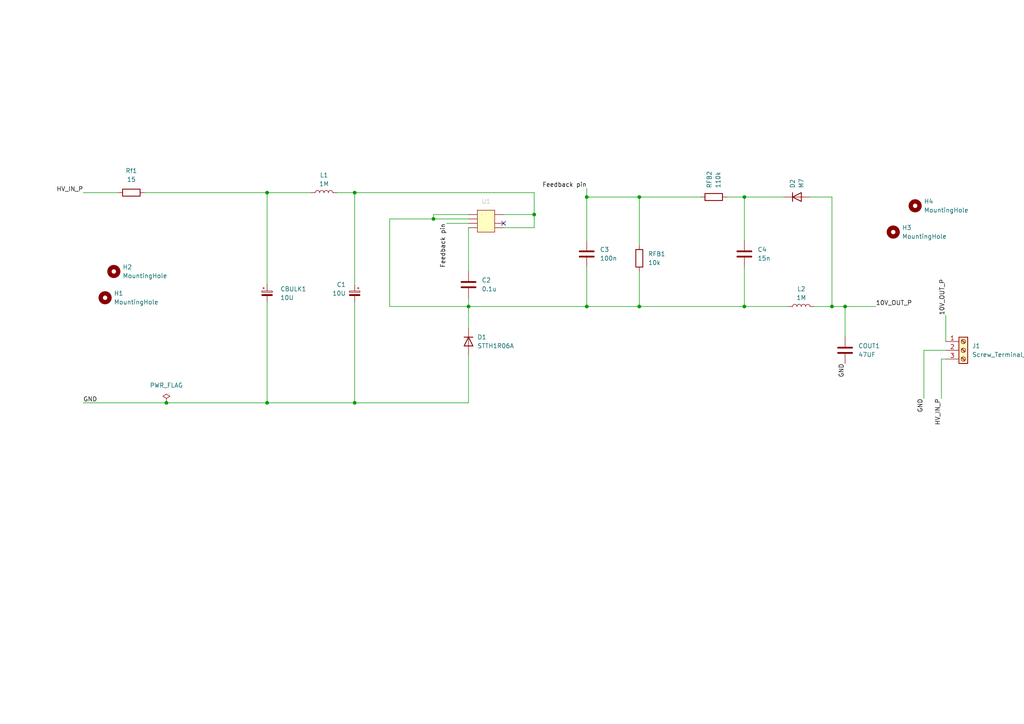
<source format=kicad_sch>
(kicad_sch (version 20230121) (generator eeschema)
  (paper "A4")
  (lib_symbols
    (symbol "Connector:Screw_Terminal_01x03" (pin_names (offset 1.016) hide)
      (property "Reference" "J" (at 0 5.08 0))
      (property "Value" "Screw_Terminal_01x03" (at 0 -5.08 0))
      (symbol "Screw_Terminal_01x03_1_1"
        (rectangle (start -1.27 3.81) (end 1.27 -3.81) (stroke (width 0.254)) (fill (type background)))
        (circle (center 0 -2.54) (radius 0.635) (stroke (width 0.1524)))
        (polyline (pts (xy -0.5334 -2.2098) (xy 0.3302 -3.048)) (stroke (width 0.1524)))
        (polyline (pts (xy -0.5334 0.3302) (xy 0.3302 -0.508)) (stroke (width 0.1524)))
        (polyline (pts (xy -0.5334 2.8702) (xy 0.3302 2.032)) (stroke (width 0.1524)))
        (polyline (pts (xy -0.3556 -2.032) (xy 0.508 -2.8702)) (stroke (width 0.1524)))
        (polyline (pts (xy -0.3556 0.508) (xy 0.508 -0.3302)) (stroke (width 0.1524)))
        (polyline (pts (xy -0.3556 3.048) (xy 0.508 2.2098)) (stroke (width 0.1524)))
        (circle (center 0 0) (radius 0.635) (stroke (width 0.1524)))
        (circle (center 0 2.54) (radius 0.635) (stroke (width 0.1524)))
        (pin passive line (at -5.08 2.54 0) (length 3.81) (name "Pin_1") (number "1"))
        (pin passive line (at -5.08 0 0) (length 3.81) (name "Pin_2") (number "2"))
        (pin passive line (at -5.08 -2.54 0) (length 3.81) (name "Pin_3") (number "3"))
      )
    )
    (symbol "Device:C" (pin_numbers hide) (pin_names (offset 0.254))
      (property "Reference" "C" (at 0.635 2.54 0))
      (property "Value" "C" (at 0.635 -2.54 0))
      (symbol "C_0_1"
        (polyline (pts (xy -2.032 -0.762) (xy 2.032 -0.762)) (stroke (width 0.508)))
        (polyline (pts (xy -2.032 0.762) (xy 2.032 0.762)) (stroke (width 0.508)))
      )
      (symbol "C_1_1"
        (pin passive line (at 0 3.81 270) (length 2.794) (name "~") (number "1"))
        (pin passive line (at 0 -3.81 90) (length 2.794) (name "~") (number "2"))
      )
    )
    (symbol "Device:C_Polarized_Small" (pin_numbers hide) (pin_names (offset 0.254) hide)
      (property "Reference" "C" (at 0.254 1.778 0))
      (property "Value" "C_Polarized_Small" (at 0.254 -2.032 0))
      (symbol "C_Polarized_Small_0_1"
        (rectangle (start -1.524 -0.3048) (end 1.524 -0.6858) (fill (type outline)))
        (rectangle (start -1.524 0.6858) (end 1.524 0.3048))
        (polyline (pts (xy -1.27 1.524) (xy -0.762 1.524)))
        (polyline (pts (xy -1.016 1.27) (xy -1.016 1.778)))
      )
      (symbol "C_Polarized_Small_1_1"
        (pin passive line (at 0 2.54 270) (length 1.8542) (name "~") (number "1"))
        (pin passive line (at 0 -2.54 90) (length 1.8542) (name "~") (number "2"))
      )
    )
    (symbol "Device:D" (pin_numbers hide) (pin_names (offset 1.016) hide)
      (property "Reference" "D" (at 0 2.54 0))
      (property "Value" "D" (at 0 -2.54 0))
      (symbol "D_0_1"
        (polyline (pts (xy -1.27 1.27) (xy -1.27 -1.27)) (stroke (width 0.254)))
        (polyline (pts (xy 1.27 0) (xy -1.27 0)))
        (polyline (pts (xy 1.27 1.27) (xy 1.27 -1.27) (xy -1.27 0) (xy 1.27 1.27)) (stroke (width 0.254)))
      )
      (symbol "D_1_1"
        (pin passive line (at -3.81 0 0) (length 2.54) (name "K") (number "1"))
        (pin passive line (at 3.81 0 180) (length 2.54) (name "A") (number "2"))
      )
    )
    (symbol "Device:L" (pin_numbers hide) (pin_names (offset 1.016) hide)
      (property "Reference" "L" (at -1.27 0 90))
      (property "Value" "L" (at 1.905 0 90))
      (symbol "L_0_1"
        (arc (start 0 -2.54) (mid 0.6323 -1.905) (end 0 -1.27))
        (arc (start 0 -1.27) (mid 0.6323 -0.635) (end 0 0))
        (arc (start 0 0) (mid 0.6323 0.635) (end 0 1.27))
        (arc (start 0 1.27) (mid 0.6323 1.905) (end 0 2.54))
      )
      (symbol "L_1_1"
        (pin passive line (at 0 3.81 270) (length 1.27) (name "1") (number "1"))
        (pin passive line (at 0 -3.81 90) (length 1.27) (name "2") (number "2"))
      )
    )
    (symbol "Device:R" (pin_numbers hide) (pin_names (offset 0))
      (property "Reference" "R" (at 2.032 0 90))
      (property "Value" "R" (at 0 0 90))
      (symbol "R_0_1"
        (rectangle (start -1.016 -2.54) (end 1.016 2.54) (stroke (width 0.254)))
      )
      (symbol "R_1_1"
        (pin passive line (at 0 3.81 270) (length 1.27) (name "~") (number "1"))
        (pin passive line (at 0 -3.81 90) (length 1.27) (name "~") (number "2"))
      )
    )
    (symbol "Mechanical:MountingHole" (pin_names (offset 1.016))
      (property "Reference" "H" (at 0 5.08 0))
      (property "Value" "MountingHole" (at 0 3.175 0))
      (symbol "MountingHole_0_1"
        (circle (center 0 0) (radius 1.27) (stroke (width 1.27)))
      )
    )
    (symbol "New_Library for  UCC28881:UCC28881" (pin_numbers hide) (pin_names (offset 0) hide)
      (property "Reference" "U" (at 0 6.35 0))
      (symbol "UCC28881_0_1"
        (rectangle (start -1.27 5.08) (end -1.27 5.08))
      )
      (symbol "UCC28881_1_1"
        (rectangle (start -2.54 6.35) (end 2.54 0) (fill (type background)))
        (pin passive line (at -5.08 5.08 0) (length 2.54) (name "GND") (number "1"))
        (pin passive line (at -5.08 3.81 0) (length 2.54) (name "GND") (number "2"))
        (pin input line (at -5.08 2.54 0) (length 2.54) (name "FB") (number "3"))
        (pin power_out line (at -5.08 1.27 0) (length 2.54) (name "VDD") (number "4"))
        (pin input line (at 5.08 1.27 180) (length 2.54) (name "HVIN") (number "5"))
        (pin unspecified line (at 5.08 2.54 180) (length 2.56) (name "NC") (number "6"))
        (pin output line (at 5.08 5.08 180) (length 2.56) (name "DRAIN") (number "8"))
      )
    )
    (symbol "power:PWR_FLAG" (power) (pin_numbers hide) (pin_names (offset 0) hide)
      (property "Value" "PWR_FLAG" (at 0 3.81 0))
      (symbol "PWR_FLAG_0_0"
        (pin power_out line (at 0 0 90) (length 0) (name "pwr") (number "1"))
      )
      (symbol "PWR_FLAG_0_1"
        (polyline (pts (xy 0 0) (xy 0 1.27) (xy -1.016 1.905) (xy 0 2.54) (xy 1.016 1.905) (xy 0 1.27)))
      )
    )
  )
  (junction (at 102.87 55.88))
  (junction (at 77.47 55.88))
  (junction (at 48.26 116.84))
  (junction (at 125.73 63.5))
  (junction (at 77.47 116.84))
  (junction (at 154.94 62.23))
  (junction (at 245.11 88.9))
  (junction (at 135.89 88.9))
  (junction (at 102.87 116.84))
  (junction (at 170.18 88.9))
  (junction (at 185.42 57.15))
  (junction (at 215.9 88.9))
  (junction (at 170.18 57.15))
  (junction (at 215.9 57.15))
  (junction (at 185.42 88.9))
  (junction (at 241.3 88.9))
  (no_connect (at 146.05 64.77))
  (wire (pts (xy 185.42 88.9) (xy 170.18 88.9)))
  (wire (pts (xy 24.13 55.88) (xy 34.29 55.88)))
  (wire (pts (xy 135.89 116.84) (xy 135.89 102.87)))
  (wire (pts (xy 241.3 57.15) (xy 241.3 88.9)))
  (wire (pts (xy 215.9 88.9) (xy 185.42 88.9)))
  (wire (pts (xy 215.9 77.47) (xy 215.9 88.9)))
  (wire (pts (xy 273.05 104.14) (xy 274.32 104.14)))
  (wire (pts (xy 77.47 116.84) (xy 102.87 116.84)))
  (wire (pts (xy 154.94 62.23) (xy 146.05 62.23)))
  (wire (pts (xy 77.47 55.88) (xy 77.47 82.55)))
  (wire (pts (xy 210.82 57.15) (xy 215.9 57.15)))
  (wire (pts (xy 129.54 64.77) (xy 135.89 64.77)))
  (wire (pts (xy 241.3 88.9) (xy 245.11 88.9)))
  (wire (pts (xy 170.18 57.15) (xy 185.42 57.15)))
  (wire (pts (xy 234.95 57.15) (xy 241.3 57.15)))
  (wire (pts (xy 135.89 66.04) (xy 135.89 78.74)))
  (wire (pts (xy 102.87 116.84) (xy 135.89 116.84)))
  (wire (pts (xy 267.97 101.6) (xy 267.97 115.57)))
  (wire (pts (xy 77.47 87.63) (xy 77.47 116.84)))
  (wire (pts (xy 102.87 55.88) (xy 154.94 55.88)))
  (wire (pts (xy 215.9 57.15) (xy 215.9 69.85)))
  (wire (pts (xy 48.26 116.84) (xy 77.47 116.84)))
  (wire (pts (xy 185.42 57.15) (xy 203.2 57.15)))
  (wire (pts (xy 170.18 57.15) (xy 170.18 69.85)))
  (wire (pts (xy 185.42 57.15) (xy 185.42 71.12)))
  (wire (pts (xy 154.94 62.23) (xy 154.94 55.88)))
  (wire (pts (xy 125.73 62.23) (xy 125.73 63.5)))
  (wire (pts (xy 125.73 63.5) (xy 135.89 63.5)))
  (wire (pts (xy 215.9 57.15) (xy 227.33 57.15)))
  (wire (pts (xy 102.87 82.55) (xy 102.87 55.88)))
  (wire (pts (xy 146.05 66.04) (xy 154.94 66.04)))
  (wire (pts (xy 185.42 78.74) (xy 185.42 88.9)))
  (wire (pts (xy 97.79 55.88) (xy 102.87 55.88)))
  (wire (pts (xy 77.47 55.88) (xy 90.17 55.88)))
  (wire (pts (xy 170.18 54.61) (xy 170.18 57.15)))
  (wire (pts (xy 113.03 88.9) (xy 135.89 88.9)))
  (wire (pts (xy 215.9 88.9) (xy 228.6 88.9)))
  (wire (pts (xy 113.03 63.5) (xy 125.73 63.5)))
  (wire (pts (xy 135.89 62.23) (xy 125.73 62.23)))
  (wire (pts (xy 135.89 88.9) (xy 170.18 88.9)))
  (wire (pts (xy 24.13 116.84) (xy 48.26 116.84)))
  (wire (pts (xy 102.87 87.63) (xy 102.87 116.84)))
  (wire (pts (xy 135.89 86.36) (xy 135.89 88.9)))
  (wire (pts (xy 273.05 115.57) (xy 273.05 104.14)))
  (wire (pts (xy 245.11 88.9) (xy 254 88.9)))
  (wire (pts (xy 274.32 91.44) (xy 274.32 99.06)))
  (wire (pts (xy 274.32 101.6) (xy 267.97 101.6)))
  (wire (pts (xy 135.89 88.9) (xy 135.89 95.25)))
  (wire (pts (xy 241.3 88.9) (xy 236.22 88.9)))
  (wire (pts (xy 245.11 88.9) (xy 245.11 97.79)))
  (wire (pts (xy 170.18 77.47) (xy 170.18 88.9)))
  (wire (pts (xy 113.03 88.9) (xy 113.03 63.5)))
  (wire (pts (xy 41.91 55.88) (xy 77.47 55.88)))
  (wire (pts (xy 154.94 66.04) (xy 154.94 62.23)))
  (label "10V_OUT_P" (at 274.32 91.44 90))
  (label "GND" (at 245.11 105.41 270))
  (label "HV_IN_P" (at 24.13 55.88 180))
  (label "GND" (at 24.13 116.84 0))
  (label "HV_IN_P" (at 273.05 115.57 270))
  (label "GND" (at 267.97 115.57 270))
  (label "Feedback pin" (at 129.54 64.77 270))
  (label "Feedback pin" (at 170.18 54.61 180))
  (label "10V_OUT_P" (at 254 88.9 0))
  (symbol (lib_id "Connector:Screw_Terminal_01x03") (at 279.4 101.6 0) (unit 1)
    (property "Reference" "J1" (at 281.94 100.33 0) (effects (justify left)))
    (property "Value" "Screw_Terminal_01x03" (at 281.94 102.87 0) (effects (justify left)))
    (property "Footprint" "TerminalBlock_Phoenix:TerminalBlock_Phoenix_MKDS-1,5-3-5.08_1x03_P5.08mm_Horizontal" (effects hide))
    (property "Datasheet" "https://www.phoenixcontact.com/en-nz/products/printed-circuit-board-terminal-mkds-15-3-508-1715734" (effects hide))
    (property "MANUFACTURER" "PHOENIX CONTACT" (effects hide))
    (property "MANUFACTURER PART NO" "." (effects hide))
    (property "SUPPLIER" "." (effects hide))
    (property "SUPPLIER PART NO" "." (effects hide))
    (property "PACKAGE" "." (effects hide))
  )
  (symbol (lib_id "Device:C_Polarized_Small") (at 102.87 85.09 0) (mirror y) (unit 1)
    (property "Reference" "C1" (at 100.33 82.55 0) (effects (justify left)))
    (property "Value" "10U" (at 100.33 85.09 0) (effects (justify left)))
    (property "Footprint" "Capacitor_THT:CP_Radial_D10.0mm_P5.00mm" (effects hide))
    (property "Datasheet" "https://octopart.com/opatz8j6/a1?t=mpnzaMia1hkfZMbtP4BEaw_iVQL5kjD4C4Etd0biOdMCybAb5XP8JIAwj5FTHuIp_HDhJVNhT4CNXENoaSgIasUEXw6-8pwjSbdajTy_8UoUewbd36iArytoCVkmmiclYxf9sL6vEy31q2LCR1r71BHK01lNuYAhc_FqCSZ7gFpi6yvOyfvaGMFq2XQdv9R0-k_coGOwlAPpU9Atn7jZr6HygMvvlmF3-muEAny21HNtkn77uRwsY0c0sOi_ChqiPAgnYf8ABiPUAj705Ewn_Q" (effects hide))
    (property "SUPPLIER PART NO" "1572-1650-ND" (effects hide))
    (property "SUPPLIER" "DIGIKEY" (effects hide))
    (property "MANUFACTURER" "Cornell Dubilier Knowles" (effects hide))
    (property "MANUFACTURER PART NO" "106CKS450MLU" (effects hide))
    (property "PACKAGE" "RADIAL/THT" (effects hide))
  )
  (symbol (lib_id "Device:C") (at 135.89 82.55 0) (unit 1)
    (property "Reference" "C2" (at 139.7 81.28 0) (effects (justify left)))
    (property "Value" "0.1u" (at 139.7 83.82 0) (effects (justify left)))
    (property "Footprint" "Capacitor_SMD:C_1206_3216Metric" (effects hide))
    (property "Datasheet" "https://datasheets.kyocera-avx.com/KGM_X7R.pdf" (effects hide))
    (property "MANUFACTURER PART NO" "12065C104JAT2A" (effects hide))
    (property "MANUFACTURER" "KYOCERA AVX" (effects hide))
    (property "SUPPLIER" "MOUSER" (effects hide))
    (property "SUPPLIER PART NO" "581-12065C104J" (effects hide))
    (property "PACKAGE" "1206" (effects hide))
  )
  (symbol (lib_id "Device:D") (at 135.89 99.06 270) (unit 1)
    (property "Reference" "D1" (at 138.43 97.79 90) (effects (justify left)))
    (property "Value" "STTH1R06A" (at 138.43 100.33 90) (effects (justify left)))
    (property "Footprint" "D1:SMA_STM-M" (effects hide))
    (property "Datasheet" "https://www.digikey.com/en/products/detail/stmicroelectronics/STTH1R06A/691935?curr=usd&utm_campaign=buynow&utm_medium=aggregator&utm_source=octopart" (effects hide))
    (property "MANUFACTURER" "STMicroelectronics" (effects hide))
    (property "MANUFACTURER PART NO" "STTH1R06A" (effects hide))
    (property "SUPPLIER" "DIGIKEY" (effects hide))
    (property "SUPPLIER PART NO" "497-3765-1-ND" (effects hide))
    (property "PACKAGE" "DO-214AC, SMA" (effects hide))
  )
  (symbol (lib_id "Device:R") (at 38.1 55.88 90) (unit 1)
    (property "Reference" "Rf1" (at 38.1 49.53 90))
    (property "Value" "15" (at 38.1 52.07 90))
    (property "Footprint" "RF:RF1  RC1206N_PAN-M" (effects hide))
    (property "Datasheet" "https://www.digikey.com/en/products/detail/panasonic-electronic-components/ERJ-P08J150V/525576?curr=usd&utm_campaign=buynow&utm_medium=aggregator&utm_source=octopart" (effects hide))
    (property "MANUFACTURER" "PANASONIC" (effects hide))
    (property "MANUFACTURER PART NO" "ERJ-P08J150V" (effects hide))
    (property "SUPPLIER" "DIGIKEY" (effects hide))
    (property "SUPPLIER PART NO" "P15ALCT-ND" (effects hide))
    (property "PACKAGE" "1206" (effects hide))
  )
  (symbol (lib_id "Device:C_Polarized_Small") (at 77.47 85.09 0) (unit 1)
    (property "Reference" "CBULK1" (at 81.28 83.82 0) (effects (justify left)))
    (property "Value" "10U" (at 81.28 86.36 0) (effects (justify left)))
    (property "Footprint" "Capacitor_THT:CP_Radial_D10.0mm_P5.00mm" (effects hide))
    (property "Datasheet" "https://www.digikey.com/en/products/detail/illinois-capacitor/106CKS450MLU/5410637?curr=usd" (effects hide))
    (property "SUPPLIER PART NO" "1572-1650-ND" (effects hide))
    (property "MANUFACTURER" "Cornell Dubilier Knowles" (effects hide))
    (property "MANUFACTURER PART NO" "106CKS450MLU" (effects hide))
    (property "SUPPLIER" "DIGIKEY" (effects hide))
    (property "PACKAGE" "Radial /THT" (effects hide))
  )
  (symbol (lib_id "Device:L") (at 232.41 88.9 90) (unit 1)
    (property "Reference" "L2" (at 232.41 83.82 90))
    (property "Value" "1M" (at 232.41 86.36 90))
    (property "Footprint" "L2 1MH:DR127" (effects hide))
    (property "Datasheet" "https://www.digikey.com/en/products/detail/eaton-electronics-division/DR127-102-R/953617?curr=usd&utm_campaign=buynow&utm_medium=aggregator&utm_source=octopart" (effects hide))
    (property "MANUFACTURER" "Eaton - Electronics Division" (effects hide))
    (property "MANUFACTURER PART NO" "DR127-102-R" (effects hide))
    (property "SUPPLIER" "DIGIKEY" (effects hide))
    (property "SUPPLIER PART NO" "513-1217-1-ND" (effects hide))
    (property "PACKAGE" "." (effects hide))
  )
  (symbol (lib_id "Device:D") (at 231.14 57.15 0) (unit 1)
    (property "Reference" "D2" (at 229.87 54.61 90) (effects (justify left)))
    (property "Value" "M7" (at 232.41 54.61 90) (effects (justify left)))
    (property "Footprint" "D2:D2" (effects hide))
    (property "Datasheet" "https://www.digikey.com/en/products/detail/diotec-semiconductor-america-corporation/M7/20391074?curr=usd&utm_campaign=buynow&utm_medium=aggregator&utm_source=octopart" (effects hide))
    (property "MANUFACTURER" "Diotec Semiconductor" (effects hide))
    (property "MANUFACTURER PART NO" "M7" (effects hide))
    (property "SUPPLIER" "DIGIKEY" (effects hide))
    (property "SUPPLIER PART NO" "4878-M7DKR-ND" (effects hide))
    (property "PACKAGE" "DO-214AC, SMA" (effects hide))
  )
  (symbol (lib_id "Device:R") (at 185.42 74.93 180) (unit 1)
    (property "Reference" "RFB1" (at 187.96 73.66 0) (effects (justify right)))
    (property "Value" "10k" (at 187.96 76.2 0) (effects (justify right)))
    (property "Footprint" "10k resistor:RESC3116X65N" (effects hide))
    (property "Datasheet" "https://www.digikey.com/en/products/detail/bourns-inc/CR2010-FX-1002ELF/21774723?curr=usd&utm_campaign=buynow&utm_medium=aggregator&utm_source=octopart" (effects hide))
    (property "SUPPLIER PART NO" "118-CR2010-FX-1002ELFCT-ND" (effects hide))
    (property "MANUFACTURER" "Bourns Inc." (effects hide))
    (property "MANUFACTURER PART NO" "CR2010-FX-1002ELF" (effects hide))
    (property "SUPPLIER" "DIGIKEY" (effects hide))
    (property "PACKAGE" "2010" (effects hide))
  )
  (symbol (lib_id "Device:C") (at 245.11 101.6 0) (unit 1)
    (property "Reference" "COUT1" (at 248.92 100.33 0) (effects (justify left)))
    (property "Value" "47UF" (at 248.92 102.87 0) (effects (justify left)))
    (property "Footprint" "Capacitor_SMD:C_1206_3216Metric_Pad1.33x1.80mm_HandSolder" (effects hide))
    (property "Datasheet" "https://product.tdk.com/system/files/dam/doc/product/capacitor/ceramic/mlcc/catalog/mlcc_commercial_general_en.pdf" (effects hide))
    (property "SUPPLIER" "DIGIKEY" (effects hide))
    (property "MANUFACTURER" "TDK Corporation" (effects hide))
    (property "MANUFACTURER PART NO" "C3216X5R1C476M160AB" (effects hide))
    (property "SUPPLIER PART NO" "445-6003-1-ND" (effects hide))
    (property "PACKAGE" "1206" (effects hide))
  )
  (symbol (lib_id "Mechanical:MountingHole") (at 33.02 78.74 0) (unit 1) (in_bom no)
    (property "Reference" "H2" (at 35.56 77.47 0) (effects (justify left)))
    (property "Value" "MountingHole" (at 35.56 80.01 0) (effects (justify left)))
    (property "Footprint" "MountingHole:MountingHole_3.2mm_M3_DIN965" (effects hide))
  )
  (symbol (lib_id "Device:C") (at 170.18 73.66 0) (unit 1)
    (property "Reference" "C3" (at 173.99 72.39 0) (effects (justify left)))
    (property "Value" "100n" (at 173.99 74.93 0) (effects (justify left)))
    (property "Footprint" "Capacitor_SMD:C_1206_3216Metric" (effects hide))
    (property "Datasheet" "https://www.mouser.com/catalog/specsheets/taiyo%20yuden_07182019_MLCC%20AECQ200%20Grade%201%20X7R%20data%20sheet.pdf" (effects hide))
    (property "MANUFACTURER" "TAIYO YUDEN" (effects hide))
    (property "MANUFACTURER PART NO" "UMF325B7104KNHT" (effects hide))
    (property "SUPPLIER" "MOUSER" (effects hide))
    (property "SUPPLIER PART NO" "PCF1552CT-ND" (effects hide))
    (property "PACKAGE" "1206" (effects hide))
  )
  (symbol (lib_id "Mechanical:MountingHole") (at 265.43 59.69 0) (unit 1) (in_bom no)
    (property "Reference" "H4" (at 267.97 58.42 0) (effects (justify left)))
    (property "Value" "MountingHole" (at 267.97 60.96 0) (effects (justify left)))
    (property "Footprint" "MountingHole:MountingHole_3.2mm_M3_DIN965" (effects hide))
  )
  (symbol (lib_id "power:PWR_FLAG") (at 48.26 116.84 0) (unit 1)
    (property "Reference" "#FLG01" (effects hide))
    (property "Value" "PWR_FLAG" (at 48.26 111.76 0))
  )
  (symbol (lib_id "New_Library for  UCC28881:UCC28881") (at 140.97 67.31 0) (unit 1)
    (property "Reference" "U1" (at 140.97 58.42 0))
    (property "Value" "UCC28881" (effects hide))
    (property "Footprint" "UCC2881:TI_SOIC-8_D_UCC28881_1.27mm" (effects hide))
    (property "Datasheet" "https://www.digikey.com/en/products/detail/texas-instruments/UCC28810D/2048170?curr=usd&utm_campaign=buynow&utm_medium=aggregator&utm_source=octopart" (effects hide))
    (property "MANUFACTURER" "TEXAS INSTRUMENTS" (effects hide))
    (property "MANUFACTURER PART NO" "UCC28810D" (effects hide))
    (property "SUPPLIER" "DIGIKEY" (effects hide))
    (property "SUPPLIER PART NO" "296-27162-5-ND" (effects hide))
    (property "PACKAGE" "8-SOIC" (effects hide))
  )
  (symbol (lib_id "Device:R") (at 207.01 57.15 90) (unit 1)
    (property "Reference" "RFB2" (at 205.74 54.61 0) (effects (justify left)))
    (property "Value" "110k" (at 208.28 54.61 0) (effects (justify left)))
    (property "Footprint" "110k resistor:RESC3216X75N" (effects hide))
    (property "Datasheet" "https://www.digikey.com/en/products/detail/bourns-inc/CR1206-JW-114ELF/3785526" (effects hide))
    (property "SUPPLIER" "DIGIKEY" (effects hide))
    (property "MANUFACTURER" "Bourns Inc." (effects hide))
    (property "MANUFACTURER PART NO" "CR1206-JW-114ELF" (effects hide))
    (property "SUPPLIER PART NO" "118-CR1206-JW-114ELFCT-ND" (effects hide))
    (property "PACKAGE" "1206" (effects hide))
  )
  (symbol (lib_id "Device:L") (at 93.98 55.88 90) (unit 1)
    (property "Reference" "L1" (at 93.98 50.8 90))
    (property "Value" "1M" (at 93.98 53.34 90))
    (property "Footprint" "L1 1MH:L_Wurth_WE-PD2HV-7850" (effects hide))
    (property "Datasheet" "https://www.we-online.com/en/components/products/WE-PD2-HV#/articles/WE-PD2-HV-7850" (effects hide))
    (property "MANUFACTURER PART NO" "76877530" (effects hide))
    (property "MANUFACTURER" "." (effects hide))
    (property "SUPPLIER" "." (effects hide))
    (property "SUPPLIER PART NO" "." (effects hide))
  )
  (symbol (lib_id "Mechanical:MountingHole") (at 30.48 86.36 0) (unit 1) (in_bom no)
    (property "Reference" "H1" (at 33.02 85.09 0) (effects (justify left)))
    (property "Value" "MountingHole" (at 33.02 87.63 0) (effects (justify left)))
    (property "Footprint" "MountingHole:MountingHole_3.2mm_M3_DIN965" (effects hide))
  )
  (symbol (lib_id "Device:C") (at 215.9 73.66 0) (unit 1)
    (property "Reference" "C4" (at 219.71 72.39 0) (effects (justify left)))
    (property "Value" "15n" (at 219.71 74.93 0) (effects (justify left)))
    (property "Footprint" "Capacitor_SMD:C_1206_3216Metric" (effects hide))
    (property "Datasheet" "https://www.yageogroup.com/content/datasheet/asset/file/KEM_C1002_X7R_SMD" (effects hide))
    (property "MANUFACTURER" "KEMET" (effects hide))
    (property "MANUFACTURER PART NO" "C1206C153K5RACTU" (effects hide))
    (property "SUPPLIER" "DIGIKEY" (effects hide))
    (property "SUPPLIER PART NO" "399-C1206C153K5RACTUCT-ND" (effects hide))
    (property "PACKAGE" "1206" (effects hide))
  )
  (symbol (lib_id "Mechanical:MountingHole") (at 259.08 67.31 0) (unit 1) (in_bom no)
    (property "Reference" "H3" (at 261.62 66.04 0) (effects (justify left)))
    (property "Value" "MountingHole" (at 261.62 68.58 0) (effects (justify left)))
    (property "Footprint" "MountingHole:MountingHole_3.2mm_M3_DIN965" (effects hide))
  )
)
</source>
